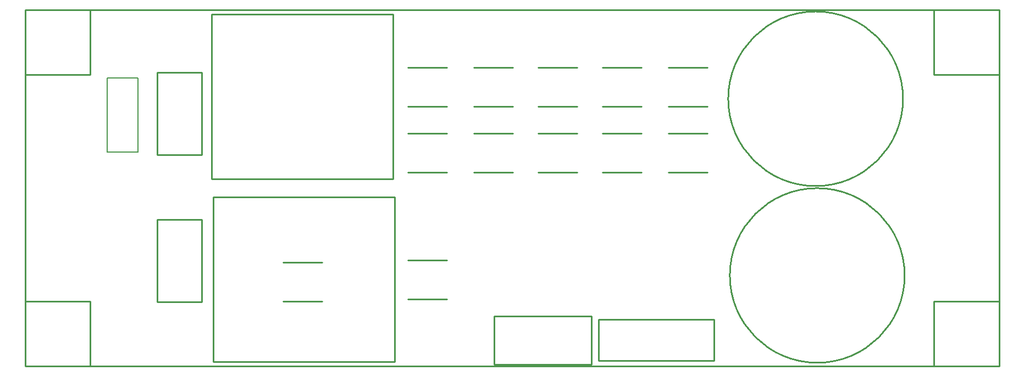
<source format=gm1>
G04 Layer_Color=16711935*
%FSAX24Y24*%
%MOIN*%
G70*
G01*
G75*
%ADD26C,0.0100*%
%ADD28C,0.0079*%
D26*
X053332Y-016142D02*
G03*
X053332Y-016142I-005300J000000D01*
G01*
X053233Y-005413D02*
G03*
X053233Y-005413I-005300J000000D01*
G01*
X015650Y-015354D02*
X018012D01*
X015650Y-017717D02*
X018012D01*
X008000Y-008799D02*
Y-003799D01*
X010700D01*
Y-006099D02*
Y-003799D01*
Y-008799D02*
Y-006099D01*
X008000Y-008799D02*
X010700D01*
X008000Y-017756D02*
Y-012756D01*
X010700D01*
Y-015056D02*
Y-012756D01*
Y-017756D02*
Y-015056D01*
X008000Y-017756D02*
X010700D01*
X011303Y-010268D02*
Y-000268D01*
Y-010268D02*
X022303D01*
Y-000268D01*
X011303D02*
X022303D01*
X023219Y-005881D02*
X025581D01*
X023219Y-003519D02*
X025581D01*
X027219D02*
X029581D01*
X027219Y-005881D02*
X029581D01*
X031119D02*
X033481D01*
X031119Y-003519D02*
X033481D01*
X035019D02*
X037381D01*
X035019Y-005881D02*
X037381D01*
X039019D02*
X041381D01*
X039019Y-003519D02*
X041381D01*
X023219Y-007519D02*
X025581D01*
X023219Y-009881D02*
X025581D01*
X027219D02*
X029581D01*
X027219Y-007519D02*
X029581D01*
X031119D02*
X033481D01*
X031119Y-009881D02*
X033481D01*
X035019Y-007519D02*
X037381D01*
X035019Y-009881D02*
X037381D01*
X039019Y-007519D02*
X041381D01*
X039019Y-009881D02*
X041381D01*
X023219Y-017581D02*
X025581D01*
X023219Y-015219D02*
X025581D01*
X059055Y-003937D02*
Y000000D01*
X055118D02*
X059055D01*
X055118Y-021654D02*
X059055D01*
Y-017717D01*
X000000Y-021654D02*
X003937D01*
X000000D02*
Y-017717D01*
Y000000D02*
X003937D01*
X000000Y-003937D02*
Y000000D01*
Y-017717D02*
Y-003937D01*
Y-017717D02*
X003937D01*
Y-021654D02*
Y-017717D01*
Y-021654D02*
X055118D01*
Y-017717D01*
X059055D01*
Y-003937D01*
X055118D02*
X059055D01*
X055118D02*
Y000000D01*
X003937D02*
X055118D01*
X003937Y-003937D02*
Y000000D01*
X000000Y-003937D02*
X003937D01*
X041787Y-021329D02*
Y-018829D01*
X034787D02*
X041787D01*
X034787Y-021329D02*
Y-018829D01*
Y-021329D02*
X041787D01*
X028445Y-021555D02*
X034350D01*
Y-018602D01*
X028445D02*
X034350D01*
X028445Y-021555D02*
Y-018602D01*
X011402Y-011390D02*
X022402D01*
Y-021390D02*
Y-011390D01*
X011402Y-021390D02*
X022402D01*
X011402D02*
Y-011390D01*
D28*
X005906Y-004154D02*
X006850D01*
Y-008642D02*
Y-004154D01*
X004961Y-008642D02*
X006850D01*
X004961D02*
Y-004154D01*
X005906D01*
M02*

</source>
